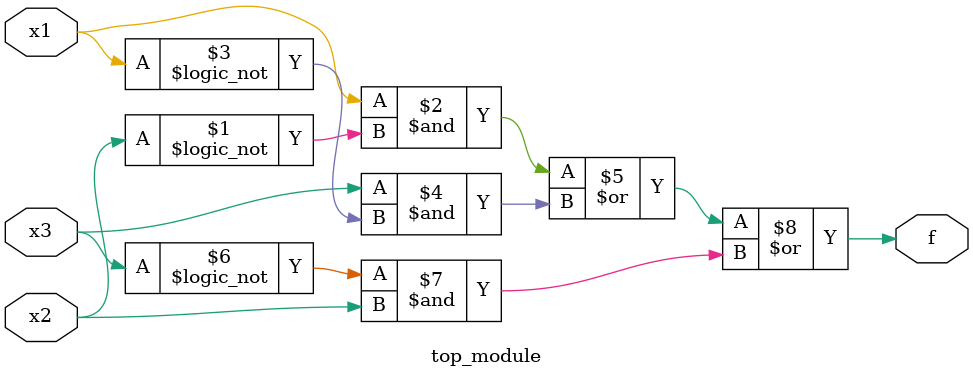
<source format=sv>
module top_module (
	input x3,
	input x2,
	input x1,
	output f
);

	assign f = (x1 & !x2) | (x3 & !x1) | (!x3 & x2);
	
endmodule

</source>
